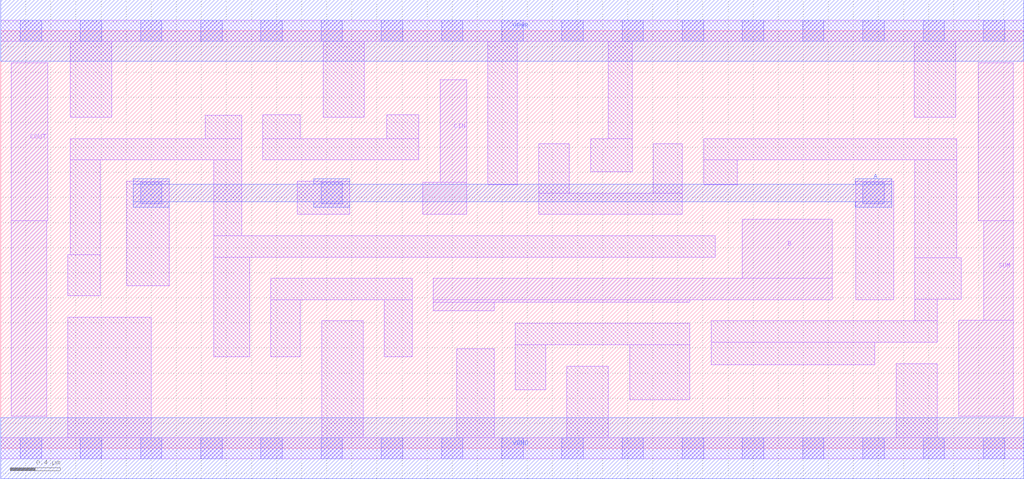
<source format=lef>
# Copyright 2020 The SkyWater PDK Authors
#
# Licensed under the Apache License, Version 2.0 (the "License");
# you may not use this file except in compliance with the License.
# You may obtain a copy of the License at
#
#     https://www.apache.org/licenses/LICENSE-2.0
#
# Unless required by applicable law or agreed to in writing, software
# distributed under the License is distributed on an "AS IS" BASIS,
# WITHOUT WARRANTIES OR CONDITIONS OF ANY KIND, either express or implied.
# See the License for the specific language governing permissions and
# limitations under the License.
#
# SPDX-License-Identifier: Apache-2.0

VERSION 5.7 ;
  NAMESCASESENSITIVE ON ;
  NOWIREEXTENSIONATPIN ON ;
  DIVIDERCHAR "/" ;
  BUSBITCHARS "[]" ;
UNITS
  DATABASE MICRONS 200 ;
END UNITS
MACRO sky130_fd_sc_lp__fa_1
  CLASS CORE ;
  FOREIGN sky130_fd_sc_lp__fa_1 ;
  ORIGIN  0.000000  0.000000 ;
  SIZE  8.160000 BY  3.330000 ;
  SYMMETRY X Y R90 ;
  SITE unit ;
  PIN A
    ANTENNAGATEAREA  0.504000 ;
    DIRECTION INPUT ;
    USE SIGNAL ;
    PORT
      LAYER met1 ;
        RECT 1.055000 1.920000 1.345000 1.965000 ;
        RECT 1.055000 1.965000 7.105000 2.105000 ;
        RECT 1.055000 2.105000 1.345000 2.150000 ;
        RECT 2.495000 1.920000 2.785000 1.965000 ;
        RECT 2.495000 2.105000 2.785000 2.150000 ;
        RECT 6.815000 1.920000 7.105000 1.965000 ;
        RECT 6.815000 2.105000 7.105000 2.150000 ;
    END
  END A
  PIN B
    ANTENNAGATEAREA  0.504000 ;
    DIRECTION INPUT ;
    USE SIGNAL ;
    PORT
      LAYER li1 ;
        RECT 3.450000 1.095000 3.935000 1.165000 ;
        RECT 3.450000 1.165000 5.495000 1.185000 ;
        RECT 3.450000 1.185000 6.630000 1.355000 ;
        RECT 5.915000 1.355000 6.630000 1.825000 ;
    END
  END B
  PIN CIN
    ANTENNAGATEAREA  0.378000 ;
    DIRECTION INPUT ;
    USE SIGNAL ;
    PORT
      LAYER li1 ;
        RECT 3.365000 1.865000 3.715000 2.120000 ;
        RECT 3.505000 2.120000 3.715000 2.940000 ;
    END
  END CIN
  PIN COUT
    ANTENNADIFFAREA  0.556500 ;
    DIRECTION OUTPUT ;
    USE SIGNAL ;
    PORT
      LAYER li1 ;
        RECT 0.085000 0.255000 0.365000 1.815000 ;
        RECT 0.085000 1.815000 0.375000 3.075000 ;
    END
  END COUT
  PIN SUM
    ANTENNADIFFAREA  0.573300 ;
    DIRECTION OUTPUT ;
    USE SIGNAL ;
    PORT
      LAYER li1 ;
        RECT 7.640000 0.255000 8.075000 1.020000 ;
        RECT 7.795000 1.815000 8.075000 3.075000 ;
        RECT 7.840000 1.020000 8.075000 1.815000 ;
    END
  END SUM
  PIN VGND
    DIRECTION INOUT ;
    USE GROUND ;
    PORT
      LAYER met1 ;
        RECT 0.000000 -0.245000 8.160000 0.245000 ;
    END
  END VGND
  PIN VPWR
    DIRECTION INOUT ;
    USE POWER ;
    PORT
      LAYER met1 ;
        RECT 0.000000 3.085000 8.160000 3.575000 ;
    END
  END VPWR
  OBS
    LAYER li1 ;
      RECT 0.000000 -0.085000 8.160000 0.085000 ;
      RECT 0.000000  3.245000 8.160000 3.415000 ;
      RECT 0.535000  0.085000 1.200000 1.045000 ;
      RECT 0.535000  1.215000 0.795000 1.545000 ;
      RECT 0.555000  1.545000 0.795000 2.300000 ;
      RECT 0.555000  2.300000 1.920000 2.470000 ;
      RECT 0.555000  2.640000 0.885000 3.245000 ;
      RECT 1.005000  1.295000 1.345000 2.130000 ;
      RECT 1.630000  2.470000 1.920000 2.655000 ;
      RECT 1.700000  0.730000 1.985000 1.525000 ;
      RECT 1.700000  1.525000 5.700000 1.695000 ;
      RECT 1.700000  1.695000 1.920000 2.300000 ;
      RECT 2.090000  2.300000 3.335000 2.470000 ;
      RECT 2.090000  2.470000 2.390000 2.660000 ;
      RECT 2.155000  0.730000 2.390000 1.185000 ;
      RECT 2.155000  1.185000 3.280000 1.355000 ;
      RECT 2.365000  1.865000 2.785000 2.130000 ;
      RECT 2.560000  0.085000 2.890000 1.015000 ;
      RECT 2.570000  2.640000 2.900000 3.245000 ;
      RECT 3.060000  0.730000 3.280000 1.185000 ;
      RECT 3.080000  2.470000 3.335000 2.660000 ;
      RECT 3.635000  0.085000 3.935000 0.795000 ;
      RECT 3.885000  2.100000 4.120000 3.245000 ;
      RECT 4.105000  0.465000 4.345000 0.825000 ;
      RECT 4.105000  0.825000 5.495000 0.995000 ;
      RECT 4.290000  1.865000 5.435000 2.035000 ;
      RECT 4.290000  2.035000 4.535000 2.430000 ;
      RECT 4.515000  0.085000 4.845000 0.655000 ;
      RECT 4.705000  2.205000 5.035000 2.470000 ;
      RECT 4.845000  2.470000 5.035000 3.245000 ;
      RECT 5.015000  0.385000 5.495000 0.825000 ;
      RECT 5.205000  2.035000 5.435000 2.430000 ;
      RECT 5.605000  2.100000 5.875000 2.300000 ;
      RECT 5.605000  2.300000 7.625000 2.470000 ;
      RECT 5.665000  0.665000 6.970000 0.845000 ;
      RECT 5.665000  0.845000 7.470000 1.015000 ;
      RECT 6.820000  1.185000 7.120000 2.130000 ;
      RECT 7.140000  0.085000 7.470000 0.675000 ;
      RECT 7.285000  2.640000 7.615000 3.245000 ;
      RECT 7.290000  1.015000 7.470000 1.190000 ;
      RECT 7.290000  1.190000 7.660000 1.520000 ;
      RECT 7.290000  1.520000 7.625000 2.300000 ;
    LAYER mcon ;
      RECT 0.155000 -0.085000 0.325000 0.085000 ;
      RECT 0.155000  3.245000 0.325000 3.415000 ;
      RECT 0.635000 -0.085000 0.805000 0.085000 ;
      RECT 0.635000  3.245000 0.805000 3.415000 ;
      RECT 1.115000 -0.085000 1.285000 0.085000 ;
      RECT 1.115000  1.950000 1.285000 2.120000 ;
      RECT 1.115000  3.245000 1.285000 3.415000 ;
      RECT 1.595000 -0.085000 1.765000 0.085000 ;
      RECT 1.595000  3.245000 1.765000 3.415000 ;
      RECT 2.075000 -0.085000 2.245000 0.085000 ;
      RECT 2.075000  3.245000 2.245000 3.415000 ;
      RECT 2.555000 -0.085000 2.725000 0.085000 ;
      RECT 2.555000  1.950000 2.725000 2.120000 ;
      RECT 2.555000  3.245000 2.725000 3.415000 ;
      RECT 3.035000 -0.085000 3.205000 0.085000 ;
      RECT 3.035000  3.245000 3.205000 3.415000 ;
      RECT 3.515000 -0.085000 3.685000 0.085000 ;
      RECT 3.515000  3.245000 3.685000 3.415000 ;
      RECT 3.995000 -0.085000 4.165000 0.085000 ;
      RECT 3.995000  3.245000 4.165000 3.415000 ;
      RECT 4.475000 -0.085000 4.645000 0.085000 ;
      RECT 4.475000  3.245000 4.645000 3.415000 ;
      RECT 4.955000 -0.085000 5.125000 0.085000 ;
      RECT 4.955000  3.245000 5.125000 3.415000 ;
      RECT 5.435000 -0.085000 5.605000 0.085000 ;
      RECT 5.435000  3.245000 5.605000 3.415000 ;
      RECT 5.915000 -0.085000 6.085000 0.085000 ;
      RECT 5.915000  3.245000 6.085000 3.415000 ;
      RECT 6.395000 -0.085000 6.565000 0.085000 ;
      RECT 6.395000  3.245000 6.565000 3.415000 ;
      RECT 6.875000 -0.085000 7.045000 0.085000 ;
      RECT 6.875000  1.950000 7.045000 2.120000 ;
      RECT 6.875000  3.245000 7.045000 3.415000 ;
      RECT 7.355000 -0.085000 7.525000 0.085000 ;
      RECT 7.355000  3.245000 7.525000 3.415000 ;
      RECT 7.835000 -0.085000 8.005000 0.085000 ;
      RECT 7.835000  3.245000 8.005000 3.415000 ;
  END
END sky130_fd_sc_lp__fa_1
END LIBRARY

</source>
